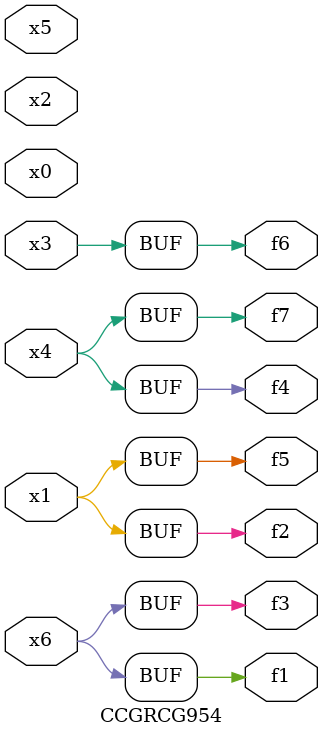
<source format=v>
module CCGRCG954(
	input x0, x1, x2, x3, x4, x5, x6,
	output f1, f2, f3, f4, f5, f6, f7
);
	assign f1 = x6;
	assign f2 = x1;
	assign f3 = x6;
	assign f4 = x4;
	assign f5 = x1;
	assign f6 = x3;
	assign f7 = x4;
endmodule

</source>
